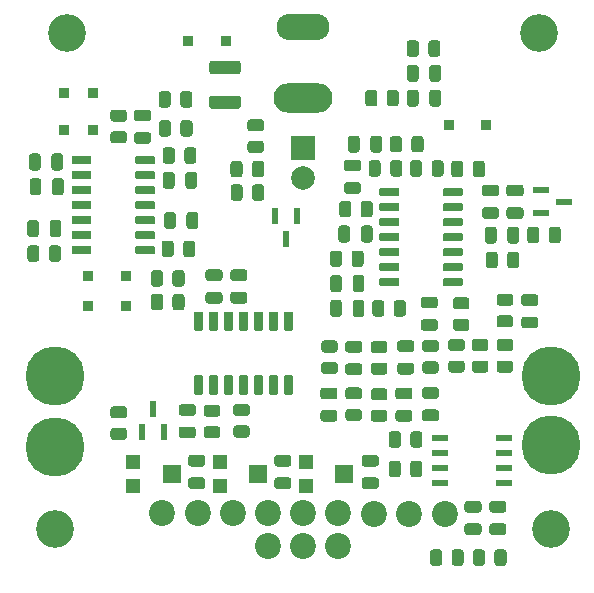
<source format=gts>
G04 #@! TF.GenerationSoftware,KiCad,Pcbnew,(5.1.8)-1*
G04 #@! TF.CreationDate,2022-11-27T15:04:08-05:00*
G04 #@! TF.ProjectId,oc2Clone,6f633243-6c6f-46e6-952e-6b696361645f,rev?*
G04 #@! TF.SameCoordinates,Original*
G04 #@! TF.FileFunction,Soldermask,Top*
G04 #@! TF.FilePolarity,Negative*
%FSLAX46Y46*%
G04 Gerber Fmt 4.6, Leading zero omitted, Abs format (unit mm)*
G04 Created by KiCad (PCBNEW (5.1.8)-1) date 2022-11-27 15:04:08*
%MOMM*%
%LPD*%
G01*
G04 APERTURE LIST*
%ADD10R,1.500000X1.600000*%
%ADD11R,1.200000X1.200000*%
%ADD12R,1.460500X0.558800*%
%ADD13R,1.422400X0.558800*%
%ADD14R,0.558800X1.422400*%
%ADD15R,2.000000X2.000000*%
%ADD16C,2.000000*%
%ADD17C,2.200000*%
%ADD18R,0.900000X0.950000*%
%ADD19C,5.000000*%
%ADD20R,0.950000X0.900000*%
%ADD21C,3.200000*%
%ADD22O,5.000000X2.500000*%
%ADD23O,4.500000X2.250000*%
G04 APERTURE END LIST*
D10*
X128500000Y-91300000D03*
D11*
X125250000Y-92300000D03*
X125250000Y-90300000D03*
D10*
X113900000Y-91300000D03*
D11*
X110650000Y-92300000D03*
X110650000Y-90300000D03*
D10*
X121200000Y-91300000D03*
D11*
X117950000Y-92300000D03*
X117950000Y-90300000D03*
G36*
G01*
X117299999Y-59275000D02*
X119500001Y-59275000D01*
G75*
G02*
X119750000Y-59524999I0J-249999D01*
G01*
X119750000Y-60175001D01*
G75*
G02*
X119500001Y-60425000I-249999J0D01*
G01*
X117299999Y-60425000D01*
G75*
G02*
X117050000Y-60175001I0J249999D01*
G01*
X117050000Y-59524999D01*
G75*
G02*
X117299999Y-59275000I249999J0D01*
G01*
G37*
G36*
G01*
X117299999Y-56325000D02*
X119500001Y-56325000D01*
G75*
G02*
X119750000Y-56574999I0J-249999D01*
G01*
X119750000Y-57225001D01*
G75*
G02*
X119500001Y-57475000I-249999J0D01*
G01*
X117299999Y-57475000D01*
G75*
G02*
X117050000Y-57225001I0J249999D01*
G01*
X117050000Y-56574999D01*
G75*
G02*
X117299999Y-56325000I249999J0D01*
G01*
G37*
D12*
X136600000Y-92070000D03*
X136600000Y-90800000D03*
X136600000Y-89530000D03*
X136600000Y-88260000D03*
X142048300Y-88260000D03*
X142048300Y-89530000D03*
X142048300Y-90800000D03*
X142048300Y-92070000D03*
D13*
X145130000Y-67300000D03*
X145130000Y-69205000D03*
X147060400Y-68252500D03*
D14*
X124505000Y-69500000D03*
X122600000Y-69500000D03*
X123552500Y-71430400D03*
X111347500Y-87730400D03*
X113252500Y-87730400D03*
X112300000Y-85800000D03*
G36*
G01*
X115815000Y-84550000D02*
X115815000Y-83050000D01*
G75*
G02*
X115885000Y-82980000I70000J0D01*
G01*
X116435000Y-82980000D01*
G75*
G02*
X116505000Y-83050000I0J-70000D01*
G01*
X116505000Y-84550000D01*
G75*
G02*
X116435000Y-84620000I-70000J0D01*
G01*
X115885000Y-84620000D01*
G75*
G02*
X115815000Y-84550000I0J70000D01*
G01*
G37*
G36*
G01*
X117085000Y-84550000D02*
X117085000Y-83050000D01*
G75*
G02*
X117155000Y-82980000I70000J0D01*
G01*
X117705000Y-82980000D01*
G75*
G02*
X117775000Y-83050000I0J-70000D01*
G01*
X117775000Y-84550000D01*
G75*
G02*
X117705000Y-84620000I-70000J0D01*
G01*
X117155000Y-84620000D01*
G75*
G02*
X117085000Y-84550000I0J70000D01*
G01*
G37*
G36*
G01*
X118355000Y-84550000D02*
X118355000Y-83050000D01*
G75*
G02*
X118425000Y-82980000I70000J0D01*
G01*
X118975000Y-82980000D01*
G75*
G02*
X119045000Y-83050000I0J-70000D01*
G01*
X119045000Y-84550000D01*
G75*
G02*
X118975000Y-84620000I-70000J0D01*
G01*
X118425000Y-84620000D01*
G75*
G02*
X118355000Y-84550000I0J70000D01*
G01*
G37*
G36*
G01*
X119625000Y-84550000D02*
X119625000Y-83050000D01*
G75*
G02*
X119695000Y-82980000I70000J0D01*
G01*
X120245000Y-82980000D01*
G75*
G02*
X120315000Y-83050000I0J-70000D01*
G01*
X120315000Y-84550000D01*
G75*
G02*
X120245000Y-84620000I-70000J0D01*
G01*
X119695000Y-84620000D01*
G75*
G02*
X119625000Y-84550000I0J70000D01*
G01*
G37*
G36*
G01*
X120895000Y-84550000D02*
X120895000Y-83050000D01*
G75*
G02*
X120965000Y-82980000I70000J0D01*
G01*
X121515000Y-82980000D01*
G75*
G02*
X121585000Y-83050000I0J-70000D01*
G01*
X121585000Y-84550000D01*
G75*
G02*
X121515000Y-84620000I-70000J0D01*
G01*
X120965000Y-84620000D01*
G75*
G02*
X120895000Y-84550000I0J70000D01*
G01*
G37*
G36*
G01*
X122165000Y-84550000D02*
X122165000Y-83050000D01*
G75*
G02*
X122235000Y-82980000I70000J0D01*
G01*
X122785000Y-82980000D01*
G75*
G02*
X122855000Y-83050000I0J-70000D01*
G01*
X122855000Y-84550000D01*
G75*
G02*
X122785000Y-84620000I-70000J0D01*
G01*
X122235000Y-84620000D01*
G75*
G02*
X122165000Y-84550000I0J70000D01*
G01*
G37*
G36*
G01*
X123435000Y-84550000D02*
X123435000Y-83050000D01*
G75*
G02*
X123505000Y-82980000I70000J0D01*
G01*
X124055000Y-82980000D01*
G75*
G02*
X124125000Y-83050000I0J-70000D01*
G01*
X124125000Y-84550000D01*
G75*
G02*
X124055000Y-84620000I-70000J0D01*
G01*
X123505000Y-84620000D01*
G75*
G02*
X123435000Y-84550000I0J70000D01*
G01*
G37*
G36*
G01*
X123435000Y-79150000D02*
X123435000Y-77650000D01*
G75*
G02*
X123505000Y-77580000I70000J0D01*
G01*
X124055000Y-77580000D01*
G75*
G02*
X124125000Y-77650000I0J-70000D01*
G01*
X124125000Y-79150000D01*
G75*
G02*
X124055000Y-79220000I-70000J0D01*
G01*
X123505000Y-79220000D01*
G75*
G02*
X123435000Y-79150000I0J70000D01*
G01*
G37*
G36*
G01*
X122165000Y-79150000D02*
X122165000Y-77650000D01*
G75*
G02*
X122235000Y-77580000I70000J0D01*
G01*
X122785000Y-77580000D01*
G75*
G02*
X122855000Y-77650000I0J-70000D01*
G01*
X122855000Y-79150000D01*
G75*
G02*
X122785000Y-79220000I-70000J0D01*
G01*
X122235000Y-79220000D01*
G75*
G02*
X122165000Y-79150000I0J70000D01*
G01*
G37*
G36*
G01*
X120895000Y-79150000D02*
X120895000Y-77650000D01*
G75*
G02*
X120965000Y-77580000I70000J0D01*
G01*
X121515000Y-77580000D01*
G75*
G02*
X121585000Y-77650000I0J-70000D01*
G01*
X121585000Y-79150000D01*
G75*
G02*
X121515000Y-79220000I-70000J0D01*
G01*
X120965000Y-79220000D01*
G75*
G02*
X120895000Y-79150000I0J70000D01*
G01*
G37*
G36*
G01*
X119625000Y-79150000D02*
X119625000Y-77650000D01*
G75*
G02*
X119695000Y-77580000I70000J0D01*
G01*
X120245000Y-77580000D01*
G75*
G02*
X120315000Y-77650000I0J-70000D01*
G01*
X120315000Y-79150000D01*
G75*
G02*
X120245000Y-79220000I-70000J0D01*
G01*
X119695000Y-79220000D01*
G75*
G02*
X119625000Y-79150000I0J70000D01*
G01*
G37*
G36*
G01*
X118355000Y-79150000D02*
X118355000Y-77650000D01*
G75*
G02*
X118425000Y-77580000I70000J0D01*
G01*
X118975000Y-77580000D01*
G75*
G02*
X119045000Y-77650000I0J-70000D01*
G01*
X119045000Y-79150000D01*
G75*
G02*
X118975000Y-79220000I-70000J0D01*
G01*
X118425000Y-79220000D01*
G75*
G02*
X118355000Y-79150000I0J70000D01*
G01*
G37*
G36*
G01*
X117085000Y-79150000D02*
X117085000Y-77650000D01*
G75*
G02*
X117155000Y-77580000I70000J0D01*
G01*
X117705000Y-77580000D01*
G75*
G02*
X117775000Y-77650000I0J-70000D01*
G01*
X117775000Y-79150000D01*
G75*
G02*
X117705000Y-79220000I-70000J0D01*
G01*
X117155000Y-79220000D01*
G75*
G02*
X117085000Y-79150000I0J70000D01*
G01*
G37*
G36*
G01*
X115815000Y-79150000D02*
X115815000Y-77650000D01*
G75*
G02*
X115885000Y-77580000I70000J0D01*
G01*
X116435000Y-77580000D01*
G75*
G02*
X116505000Y-77650000I0J-70000D01*
G01*
X116505000Y-79150000D01*
G75*
G02*
X116435000Y-79220000I-70000J0D01*
G01*
X115885000Y-79220000D01*
G75*
G02*
X115815000Y-79150000I0J70000D01*
G01*
G37*
G36*
G01*
X138450000Y-75415000D02*
X136950000Y-75415000D01*
G75*
G02*
X136880000Y-75345000I0J70000D01*
G01*
X136880000Y-74795000D01*
G75*
G02*
X136950000Y-74725000I70000J0D01*
G01*
X138450000Y-74725000D01*
G75*
G02*
X138520000Y-74795000I0J-70000D01*
G01*
X138520000Y-75345000D01*
G75*
G02*
X138450000Y-75415000I-70000J0D01*
G01*
G37*
G36*
G01*
X138450000Y-74145000D02*
X136950000Y-74145000D01*
G75*
G02*
X136880000Y-74075000I0J70000D01*
G01*
X136880000Y-73525000D01*
G75*
G02*
X136950000Y-73455000I70000J0D01*
G01*
X138450000Y-73455000D01*
G75*
G02*
X138520000Y-73525000I0J-70000D01*
G01*
X138520000Y-74075000D01*
G75*
G02*
X138450000Y-74145000I-70000J0D01*
G01*
G37*
G36*
G01*
X138450000Y-72875000D02*
X136950000Y-72875000D01*
G75*
G02*
X136880000Y-72805000I0J70000D01*
G01*
X136880000Y-72255000D01*
G75*
G02*
X136950000Y-72185000I70000J0D01*
G01*
X138450000Y-72185000D01*
G75*
G02*
X138520000Y-72255000I0J-70000D01*
G01*
X138520000Y-72805000D01*
G75*
G02*
X138450000Y-72875000I-70000J0D01*
G01*
G37*
G36*
G01*
X138450000Y-71605000D02*
X136950000Y-71605000D01*
G75*
G02*
X136880000Y-71535000I0J70000D01*
G01*
X136880000Y-70985000D01*
G75*
G02*
X136950000Y-70915000I70000J0D01*
G01*
X138450000Y-70915000D01*
G75*
G02*
X138520000Y-70985000I0J-70000D01*
G01*
X138520000Y-71535000D01*
G75*
G02*
X138450000Y-71605000I-70000J0D01*
G01*
G37*
G36*
G01*
X138450000Y-70335000D02*
X136950000Y-70335000D01*
G75*
G02*
X136880000Y-70265000I0J70000D01*
G01*
X136880000Y-69715000D01*
G75*
G02*
X136950000Y-69645000I70000J0D01*
G01*
X138450000Y-69645000D01*
G75*
G02*
X138520000Y-69715000I0J-70000D01*
G01*
X138520000Y-70265000D01*
G75*
G02*
X138450000Y-70335000I-70000J0D01*
G01*
G37*
G36*
G01*
X138450000Y-69065000D02*
X136950000Y-69065000D01*
G75*
G02*
X136880000Y-68995000I0J70000D01*
G01*
X136880000Y-68445000D01*
G75*
G02*
X136950000Y-68375000I70000J0D01*
G01*
X138450000Y-68375000D01*
G75*
G02*
X138520000Y-68445000I0J-70000D01*
G01*
X138520000Y-68995000D01*
G75*
G02*
X138450000Y-69065000I-70000J0D01*
G01*
G37*
G36*
G01*
X138450000Y-67795000D02*
X136950000Y-67795000D01*
G75*
G02*
X136880000Y-67725000I0J70000D01*
G01*
X136880000Y-67175000D01*
G75*
G02*
X136950000Y-67105000I70000J0D01*
G01*
X138450000Y-67105000D01*
G75*
G02*
X138520000Y-67175000I0J-70000D01*
G01*
X138520000Y-67725000D01*
G75*
G02*
X138450000Y-67795000I-70000J0D01*
G01*
G37*
G36*
G01*
X133050000Y-67795000D02*
X131550000Y-67795000D01*
G75*
G02*
X131480000Y-67725000I0J70000D01*
G01*
X131480000Y-67175000D01*
G75*
G02*
X131550000Y-67105000I70000J0D01*
G01*
X133050000Y-67105000D01*
G75*
G02*
X133120000Y-67175000I0J-70000D01*
G01*
X133120000Y-67725000D01*
G75*
G02*
X133050000Y-67795000I-70000J0D01*
G01*
G37*
G36*
G01*
X133050000Y-69065000D02*
X131550000Y-69065000D01*
G75*
G02*
X131480000Y-68995000I0J70000D01*
G01*
X131480000Y-68445000D01*
G75*
G02*
X131550000Y-68375000I70000J0D01*
G01*
X133050000Y-68375000D01*
G75*
G02*
X133120000Y-68445000I0J-70000D01*
G01*
X133120000Y-68995000D01*
G75*
G02*
X133050000Y-69065000I-70000J0D01*
G01*
G37*
G36*
G01*
X133050000Y-70335000D02*
X131550000Y-70335000D01*
G75*
G02*
X131480000Y-70265000I0J70000D01*
G01*
X131480000Y-69715000D01*
G75*
G02*
X131550000Y-69645000I70000J0D01*
G01*
X133050000Y-69645000D01*
G75*
G02*
X133120000Y-69715000I0J-70000D01*
G01*
X133120000Y-70265000D01*
G75*
G02*
X133050000Y-70335000I-70000J0D01*
G01*
G37*
G36*
G01*
X133050000Y-71605000D02*
X131550000Y-71605000D01*
G75*
G02*
X131480000Y-71535000I0J70000D01*
G01*
X131480000Y-70985000D01*
G75*
G02*
X131550000Y-70915000I70000J0D01*
G01*
X133050000Y-70915000D01*
G75*
G02*
X133120000Y-70985000I0J-70000D01*
G01*
X133120000Y-71535000D01*
G75*
G02*
X133050000Y-71605000I-70000J0D01*
G01*
G37*
G36*
G01*
X133050000Y-72875000D02*
X131550000Y-72875000D01*
G75*
G02*
X131480000Y-72805000I0J70000D01*
G01*
X131480000Y-72255000D01*
G75*
G02*
X131550000Y-72185000I70000J0D01*
G01*
X133050000Y-72185000D01*
G75*
G02*
X133120000Y-72255000I0J-70000D01*
G01*
X133120000Y-72805000D01*
G75*
G02*
X133050000Y-72875000I-70000J0D01*
G01*
G37*
G36*
G01*
X133050000Y-74145000D02*
X131550000Y-74145000D01*
G75*
G02*
X131480000Y-74075000I0J70000D01*
G01*
X131480000Y-73525000D01*
G75*
G02*
X131550000Y-73455000I70000J0D01*
G01*
X133050000Y-73455000D01*
G75*
G02*
X133120000Y-73525000I0J-70000D01*
G01*
X133120000Y-74075000D01*
G75*
G02*
X133050000Y-74145000I-70000J0D01*
G01*
G37*
G36*
G01*
X133050000Y-75415000D02*
X131550000Y-75415000D01*
G75*
G02*
X131480000Y-75345000I0J70000D01*
G01*
X131480000Y-74795000D01*
G75*
G02*
X131550000Y-74725000I70000J0D01*
G01*
X133050000Y-74725000D01*
G75*
G02*
X133120000Y-74795000I0J-70000D01*
G01*
X133120000Y-75345000D01*
G75*
G02*
X133050000Y-75415000I-70000J0D01*
G01*
G37*
D15*
X125000000Y-63760000D03*
D16*
X125000000Y-66300000D03*
D17*
X128000000Y-94600000D03*
X125000000Y-94600000D03*
X122000000Y-94600000D03*
X119100000Y-94600000D03*
X116100000Y-94600000D03*
X113100000Y-94600000D03*
X137000000Y-94700000D03*
X134000000Y-94700000D03*
X131000000Y-94700000D03*
X128000000Y-97400000D03*
X125000000Y-97400000D03*
X122000000Y-97400000D03*
G36*
G01*
X116995000Y-75890000D02*
X117945000Y-75890000D01*
G75*
G02*
X118195000Y-76140000I0J-250000D01*
G01*
X118195000Y-76640000D01*
G75*
G02*
X117945000Y-76890000I-250000J0D01*
G01*
X116995000Y-76890000D01*
G75*
G02*
X116745000Y-76640000I0J250000D01*
G01*
X116745000Y-76140000D01*
G75*
G02*
X116995000Y-75890000I250000J0D01*
G01*
G37*
G36*
G01*
X116995000Y-73990000D02*
X117945000Y-73990000D01*
G75*
G02*
X118195000Y-74240000I0J-250000D01*
G01*
X118195000Y-74740000D01*
G75*
G02*
X117945000Y-74990000I-250000J0D01*
G01*
X116995000Y-74990000D01*
G75*
G02*
X116745000Y-74740000I0J250000D01*
G01*
X116745000Y-74240000D01*
G75*
G02*
X116995000Y-73990000I250000J0D01*
G01*
G37*
G36*
G01*
X119095000Y-75890000D02*
X120045000Y-75890000D01*
G75*
G02*
X120295000Y-76140000I0J-250000D01*
G01*
X120295000Y-76640000D01*
G75*
G02*
X120045000Y-76890000I-250000J0D01*
G01*
X119095000Y-76890000D01*
G75*
G02*
X118845000Y-76640000I0J250000D01*
G01*
X118845000Y-76140000D01*
G75*
G02*
X119095000Y-75890000I250000J0D01*
G01*
G37*
G36*
G01*
X119095000Y-73990000D02*
X120045000Y-73990000D01*
G75*
G02*
X120295000Y-74240000I0J-250000D01*
G01*
X120295000Y-74740000D01*
G75*
G02*
X120045000Y-74990000I-250000J0D01*
G01*
X119095000Y-74990000D01*
G75*
G02*
X118845000Y-74740000I0J250000D01*
G01*
X118845000Y-74240000D01*
G75*
G02*
X119095000Y-73990000I250000J0D01*
G01*
G37*
G36*
G01*
X136787500Y-97949998D02*
X136787500Y-98850002D01*
G75*
G02*
X136537502Y-99100000I-249998J0D01*
G01*
X136012498Y-99100000D01*
G75*
G02*
X135762500Y-98850002I0J249998D01*
G01*
X135762500Y-97949998D01*
G75*
G02*
X136012498Y-97700000I249998J0D01*
G01*
X136537502Y-97700000D01*
G75*
G02*
X136787500Y-97949998I0J-249998D01*
G01*
G37*
G36*
G01*
X138612500Y-97949998D02*
X138612500Y-98850002D01*
G75*
G02*
X138362502Y-99100000I-249998J0D01*
G01*
X137837498Y-99100000D01*
G75*
G02*
X137587500Y-98850002I0J249998D01*
G01*
X137587500Y-97949998D01*
G75*
G02*
X137837498Y-97700000I249998J0D01*
G01*
X138362502Y-97700000D01*
G75*
G02*
X138612500Y-97949998I0J-249998D01*
G01*
G37*
G36*
G01*
X123775000Y-90700000D02*
X122825000Y-90700000D01*
G75*
G02*
X122575000Y-90450000I0J250000D01*
G01*
X122575000Y-89950000D01*
G75*
G02*
X122825000Y-89700000I250000J0D01*
G01*
X123775000Y-89700000D01*
G75*
G02*
X124025000Y-89950000I0J-250000D01*
G01*
X124025000Y-90450000D01*
G75*
G02*
X123775000Y-90700000I-250000J0D01*
G01*
G37*
G36*
G01*
X123775000Y-92600000D02*
X122825000Y-92600000D01*
G75*
G02*
X122575000Y-92350000I0J250000D01*
G01*
X122575000Y-91850000D01*
G75*
G02*
X122825000Y-91600000I250000J0D01*
G01*
X123775000Y-91600000D01*
G75*
G02*
X124025000Y-91850000I0J-250000D01*
G01*
X124025000Y-92350000D01*
G75*
G02*
X123775000Y-92600000I-250000J0D01*
G01*
G37*
G36*
G01*
X131175000Y-90700000D02*
X130225000Y-90700000D01*
G75*
G02*
X129975000Y-90450000I0J250000D01*
G01*
X129975000Y-89950000D01*
G75*
G02*
X130225000Y-89700000I250000J0D01*
G01*
X131175000Y-89700000D01*
G75*
G02*
X131425000Y-89950000I0J-250000D01*
G01*
X131425000Y-90450000D01*
G75*
G02*
X131175000Y-90700000I-250000J0D01*
G01*
G37*
G36*
G01*
X131175000Y-92600000D02*
X130225000Y-92600000D01*
G75*
G02*
X129975000Y-92350000I0J250000D01*
G01*
X129975000Y-91850000D01*
G75*
G02*
X130225000Y-91600000I250000J0D01*
G01*
X131175000Y-91600000D01*
G75*
G02*
X131425000Y-91850000I0J-250000D01*
G01*
X131425000Y-92350000D01*
G75*
G02*
X131175000Y-92600000I-250000J0D01*
G01*
G37*
G36*
G01*
X129200000Y-75675000D02*
X129200000Y-74725000D01*
G75*
G02*
X129450000Y-74475000I250000J0D01*
G01*
X129950000Y-74475000D01*
G75*
G02*
X130200000Y-74725000I0J-250000D01*
G01*
X130200000Y-75675000D01*
G75*
G02*
X129950000Y-75925000I-250000J0D01*
G01*
X129450000Y-75925000D01*
G75*
G02*
X129200000Y-75675000I0J250000D01*
G01*
G37*
G36*
G01*
X127300000Y-75675000D02*
X127300000Y-74725000D01*
G75*
G02*
X127550000Y-74475000I250000J0D01*
G01*
X128050000Y-74475000D01*
G75*
G02*
X128300000Y-74725000I0J-250000D01*
G01*
X128300000Y-75675000D01*
G75*
G02*
X128050000Y-75925000I-250000J0D01*
G01*
X127550000Y-75925000D01*
G75*
G02*
X127300000Y-75675000I0J250000D01*
G01*
G37*
G36*
G01*
X116475000Y-90700000D02*
X115525000Y-90700000D01*
G75*
G02*
X115275000Y-90450000I0J250000D01*
G01*
X115275000Y-89950000D01*
G75*
G02*
X115525000Y-89700000I250000J0D01*
G01*
X116475000Y-89700000D01*
G75*
G02*
X116725000Y-89950000I0J-250000D01*
G01*
X116725000Y-90450000D01*
G75*
G02*
X116475000Y-90700000I-250000J0D01*
G01*
G37*
G36*
G01*
X116475000Y-92600000D02*
X115525000Y-92600000D01*
G75*
G02*
X115275000Y-92350000I0J250000D01*
G01*
X115275000Y-91850000D01*
G75*
G02*
X115525000Y-91600000I250000J0D01*
G01*
X116475000Y-91600000D01*
G75*
G02*
X116725000Y-91850000I0J-250000D01*
G01*
X116725000Y-92350000D01*
G75*
G02*
X116475000Y-92600000I-250000J0D01*
G01*
G37*
G36*
G01*
X143725000Y-78000000D02*
X144675000Y-78000000D01*
G75*
G02*
X144925000Y-78250000I0J-250000D01*
G01*
X144925000Y-78750000D01*
G75*
G02*
X144675000Y-79000000I-250000J0D01*
G01*
X143725000Y-79000000D01*
G75*
G02*
X143475000Y-78750000I0J250000D01*
G01*
X143475000Y-78250000D01*
G75*
G02*
X143725000Y-78000000I250000J0D01*
G01*
G37*
G36*
G01*
X143725000Y-76100000D02*
X144675000Y-76100000D01*
G75*
G02*
X144925000Y-76350000I0J-250000D01*
G01*
X144925000Y-76850000D01*
G75*
G02*
X144675000Y-77100000I-250000J0D01*
G01*
X143725000Y-77100000D01*
G75*
G02*
X143475000Y-76850000I0J250000D01*
G01*
X143475000Y-76350000D01*
G75*
G02*
X143725000Y-76100000I250000J0D01*
G01*
G37*
G36*
G01*
X134800000Y-59025000D02*
X134800000Y-59975000D01*
G75*
G02*
X134550000Y-60225000I-250000J0D01*
G01*
X134050000Y-60225000D01*
G75*
G02*
X133800000Y-59975000I0J250000D01*
G01*
X133800000Y-59025000D01*
G75*
G02*
X134050000Y-58775000I250000J0D01*
G01*
X134550000Y-58775000D01*
G75*
G02*
X134800000Y-59025000I0J-250000D01*
G01*
G37*
G36*
G01*
X136700000Y-59025000D02*
X136700000Y-59975000D01*
G75*
G02*
X136450000Y-60225000I-250000J0D01*
G01*
X135950000Y-60225000D01*
G75*
G02*
X135700000Y-59975000I0J250000D01*
G01*
X135700000Y-59025000D01*
G75*
G02*
X135950000Y-58775000I250000J0D01*
G01*
X136450000Y-58775000D01*
G75*
G02*
X136700000Y-59025000I0J-250000D01*
G01*
G37*
G36*
G01*
X128825000Y-81950000D02*
X129775000Y-81950000D01*
G75*
G02*
X130025000Y-82200000I0J-250000D01*
G01*
X130025000Y-82700000D01*
G75*
G02*
X129775000Y-82950000I-250000J0D01*
G01*
X128825000Y-82950000D01*
G75*
G02*
X128575000Y-82700000I0J250000D01*
G01*
X128575000Y-82200000D01*
G75*
G02*
X128825000Y-81950000I250000J0D01*
G01*
G37*
G36*
G01*
X128825000Y-80050000D02*
X129775000Y-80050000D01*
G75*
G02*
X130025000Y-80300000I0J-250000D01*
G01*
X130025000Y-80800000D01*
G75*
G02*
X129775000Y-81050000I-250000J0D01*
G01*
X128825000Y-81050000D01*
G75*
G02*
X128575000Y-80800000I0J250000D01*
G01*
X128575000Y-80300000D01*
G75*
G02*
X128825000Y-80050000I250000J0D01*
G01*
G37*
G36*
G01*
X134800000Y-56925000D02*
X134800000Y-57875000D01*
G75*
G02*
X134550000Y-58125000I-250000J0D01*
G01*
X134050000Y-58125000D01*
G75*
G02*
X133800000Y-57875000I0J250000D01*
G01*
X133800000Y-56925000D01*
G75*
G02*
X134050000Y-56675000I250000J0D01*
G01*
X134550000Y-56675000D01*
G75*
G02*
X134800000Y-56925000I0J-250000D01*
G01*
G37*
G36*
G01*
X136700000Y-56925000D02*
X136700000Y-57875000D01*
G75*
G02*
X136450000Y-58125000I-250000J0D01*
G01*
X135950000Y-58125000D01*
G75*
G02*
X135700000Y-57875000I0J250000D01*
G01*
X135700000Y-56925000D01*
G75*
G02*
X135950000Y-56675000I250000J0D01*
G01*
X136450000Y-56675000D01*
G75*
G02*
X136700000Y-56925000I0J-250000D01*
G01*
G37*
G36*
G01*
X129200000Y-77775000D02*
X129200000Y-76825000D01*
G75*
G02*
X129450000Y-76575000I250000J0D01*
G01*
X129950000Y-76575000D01*
G75*
G02*
X130200000Y-76825000I0J-250000D01*
G01*
X130200000Y-77775000D01*
G75*
G02*
X129950000Y-78025000I-250000J0D01*
G01*
X129450000Y-78025000D01*
G75*
G02*
X129200000Y-77775000I0J250000D01*
G01*
G37*
G36*
G01*
X127300000Y-77775000D02*
X127300000Y-76825000D01*
G75*
G02*
X127550000Y-76575000I250000J0D01*
G01*
X128050000Y-76575000D01*
G75*
G02*
X128300000Y-76825000I0J-250000D01*
G01*
X128300000Y-77775000D01*
G75*
G02*
X128050000Y-78025000I-250000J0D01*
G01*
X127550000Y-78025000D01*
G75*
G02*
X127300000Y-77775000I0J250000D01*
G01*
G37*
G36*
G01*
X141975000Y-94600000D02*
X141025000Y-94600000D01*
G75*
G02*
X140775000Y-94350000I0J250000D01*
G01*
X140775000Y-93850000D01*
G75*
G02*
X141025000Y-93600000I250000J0D01*
G01*
X141975000Y-93600000D01*
G75*
G02*
X142225000Y-93850000I0J-250000D01*
G01*
X142225000Y-94350000D01*
G75*
G02*
X141975000Y-94600000I-250000J0D01*
G01*
G37*
G36*
G01*
X141975000Y-96500000D02*
X141025000Y-96500000D01*
G75*
G02*
X140775000Y-96250000I0J250000D01*
G01*
X140775000Y-95750000D01*
G75*
G02*
X141025000Y-95500000I250000J0D01*
G01*
X141975000Y-95500000D01*
G75*
G02*
X142225000Y-95750000I0J-250000D01*
G01*
X142225000Y-96250000D01*
G75*
G02*
X141975000Y-96500000I-250000J0D01*
G01*
G37*
G36*
G01*
X139875000Y-94600000D02*
X138925000Y-94600000D01*
G75*
G02*
X138675000Y-94350000I0J250000D01*
G01*
X138675000Y-93850000D01*
G75*
G02*
X138925000Y-93600000I250000J0D01*
G01*
X139875000Y-93600000D01*
G75*
G02*
X140125000Y-93850000I0J-250000D01*
G01*
X140125000Y-94350000D01*
G75*
G02*
X139875000Y-94600000I-250000J0D01*
G01*
G37*
G36*
G01*
X139875000Y-96500000D02*
X138925000Y-96500000D01*
G75*
G02*
X138675000Y-96250000I0J250000D01*
G01*
X138675000Y-95750000D01*
G75*
G02*
X138925000Y-95500000I250000J0D01*
G01*
X139875000Y-95500000D01*
G75*
G02*
X140125000Y-95750000I0J-250000D01*
G01*
X140125000Y-96250000D01*
G75*
G02*
X139875000Y-96500000I-250000J0D01*
G01*
G37*
G36*
G01*
X110945000Y-62360000D02*
X111895000Y-62360000D01*
G75*
G02*
X112145000Y-62610000I0J-250000D01*
G01*
X112145000Y-63110000D01*
G75*
G02*
X111895000Y-63360000I-250000J0D01*
G01*
X110945000Y-63360000D01*
G75*
G02*
X110695000Y-63110000I0J250000D01*
G01*
X110695000Y-62610000D01*
G75*
G02*
X110945000Y-62360000I250000J0D01*
G01*
G37*
G36*
G01*
X110945000Y-60460000D02*
X111895000Y-60460000D01*
G75*
G02*
X112145000Y-60710000I0J-250000D01*
G01*
X112145000Y-61210000D01*
G75*
G02*
X111895000Y-61460000I-250000J0D01*
G01*
X110945000Y-61460000D01*
G75*
G02*
X110695000Y-61210000I0J250000D01*
G01*
X110695000Y-60710000D01*
G75*
G02*
X110945000Y-60460000I250000J0D01*
G01*
G37*
G36*
G01*
X103550000Y-71015000D02*
X103550000Y-70065000D01*
G75*
G02*
X103800000Y-69815000I250000J0D01*
G01*
X104300000Y-69815000D01*
G75*
G02*
X104550000Y-70065000I0J-250000D01*
G01*
X104550000Y-71015000D01*
G75*
G02*
X104300000Y-71265000I-250000J0D01*
G01*
X103800000Y-71265000D01*
G75*
G02*
X103550000Y-71015000I0J250000D01*
G01*
G37*
G36*
G01*
X101650000Y-71015000D02*
X101650000Y-70065000D01*
G75*
G02*
X101900000Y-69815000I250000J0D01*
G01*
X102400000Y-69815000D01*
G75*
G02*
X102650000Y-70065000I0J-250000D01*
G01*
X102650000Y-71015000D01*
G75*
G02*
X102400000Y-71265000I-250000J0D01*
G01*
X101900000Y-71265000D01*
G75*
G02*
X101650000Y-71015000I0J250000D01*
G01*
G37*
G36*
G01*
X134175000Y-81000000D02*
X133225000Y-81000000D01*
G75*
G02*
X132975000Y-80750000I0J250000D01*
G01*
X132975000Y-80250000D01*
G75*
G02*
X133225000Y-80000000I250000J0D01*
G01*
X134175000Y-80000000D01*
G75*
G02*
X134425000Y-80250000I0J-250000D01*
G01*
X134425000Y-80750000D01*
G75*
G02*
X134175000Y-81000000I-250000J0D01*
G01*
G37*
G36*
G01*
X134175000Y-82900000D02*
X133225000Y-82900000D01*
G75*
G02*
X132975000Y-82650000I0J250000D01*
G01*
X132975000Y-82150000D01*
G75*
G02*
X133225000Y-81900000I250000J0D01*
G01*
X134175000Y-81900000D01*
G75*
G02*
X134425000Y-82150000I0J-250000D01*
G01*
X134425000Y-82650000D01*
G75*
G02*
X134175000Y-82900000I-250000J0D01*
G01*
G37*
G36*
G01*
X133075000Y-85900000D02*
X134025000Y-85900000D01*
G75*
G02*
X134275000Y-86150000I0J-250000D01*
G01*
X134275000Y-86650000D01*
G75*
G02*
X134025000Y-86900000I-250000J0D01*
G01*
X133075000Y-86900000D01*
G75*
G02*
X132825000Y-86650000I0J250000D01*
G01*
X132825000Y-86150000D01*
G75*
G02*
X133075000Y-85900000I250000J0D01*
G01*
G37*
G36*
G01*
X133075000Y-84000000D02*
X134025000Y-84000000D01*
G75*
G02*
X134275000Y-84250000I0J-250000D01*
G01*
X134275000Y-84750000D01*
G75*
G02*
X134025000Y-85000000I-250000J0D01*
G01*
X133075000Y-85000000D01*
G75*
G02*
X132825000Y-84750000I0J250000D01*
G01*
X132825000Y-84250000D01*
G75*
G02*
X133075000Y-84000000I250000J0D01*
G01*
G37*
G36*
G01*
X142300000Y-71575000D02*
X142300000Y-70625000D01*
G75*
G02*
X142550000Y-70375000I250000J0D01*
G01*
X143050000Y-70375000D01*
G75*
G02*
X143300000Y-70625000I0J-250000D01*
G01*
X143300000Y-71575000D01*
G75*
G02*
X143050000Y-71825000I-250000J0D01*
G01*
X142550000Y-71825000D01*
G75*
G02*
X142300000Y-71575000I0J250000D01*
G01*
G37*
G36*
G01*
X140400000Y-71575000D02*
X140400000Y-70625000D01*
G75*
G02*
X140650000Y-70375000I250000J0D01*
G01*
X141150000Y-70375000D01*
G75*
G02*
X141400000Y-70625000I0J-250000D01*
G01*
X141400000Y-71575000D01*
G75*
G02*
X141150000Y-71825000I-250000J0D01*
G01*
X140650000Y-71825000D01*
G75*
G02*
X140400000Y-71575000I0J250000D01*
G01*
G37*
G36*
G01*
X103750000Y-67475000D02*
X103750000Y-66525000D01*
G75*
G02*
X104000000Y-66275000I250000J0D01*
G01*
X104500000Y-66275000D01*
G75*
G02*
X104750000Y-66525000I0J-250000D01*
G01*
X104750000Y-67475000D01*
G75*
G02*
X104500000Y-67725000I-250000J0D01*
G01*
X104000000Y-67725000D01*
G75*
G02*
X103750000Y-67475000I0J250000D01*
G01*
G37*
G36*
G01*
X101850000Y-67475000D02*
X101850000Y-66525000D01*
G75*
G02*
X102100000Y-66275000I250000J0D01*
G01*
X102600000Y-66275000D01*
G75*
G02*
X102850000Y-66525000I0J-250000D01*
G01*
X102850000Y-67475000D01*
G75*
G02*
X102600000Y-67725000I-250000J0D01*
G01*
X102100000Y-67725000D01*
G75*
G02*
X101850000Y-67475000I0J250000D01*
G01*
G37*
G36*
G01*
X103700000Y-65375000D02*
X103700000Y-64425000D01*
G75*
G02*
X103950000Y-64175000I250000J0D01*
G01*
X104450000Y-64175000D01*
G75*
G02*
X104700000Y-64425000I0J-250000D01*
G01*
X104700000Y-65375000D01*
G75*
G02*
X104450000Y-65625000I-250000J0D01*
G01*
X103950000Y-65625000D01*
G75*
G02*
X103700000Y-65375000I0J250000D01*
G01*
G37*
G36*
G01*
X101800000Y-65375000D02*
X101800000Y-64425000D01*
G75*
G02*
X102050000Y-64175000I250000J0D01*
G01*
X102550000Y-64175000D01*
G75*
G02*
X102800000Y-64425000I0J-250000D01*
G01*
X102800000Y-65375000D01*
G75*
G02*
X102550000Y-65625000I-250000J0D01*
G01*
X102050000Y-65625000D01*
G75*
G02*
X101800000Y-65375000I0J250000D01*
G01*
G37*
G36*
G01*
X127675000Y-85000000D02*
X126725000Y-85000000D01*
G75*
G02*
X126475000Y-84750000I0J250000D01*
G01*
X126475000Y-84250000D01*
G75*
G02*
X126725000Y-84000000I250000J0D01*
G01*
X127675000Y-84000000D01*
G75*
G02*
X127925000Y-84250000I0J-250000D01*
G01*
X127925000Y-84750000D01*
G75*
G02*
X127675000Y-85000000I-250000J0D01*
G01*
G37*
G36*
G01*
X127675000Y-86900000D02*
X126725000Y-86900000D01*
G75*
G02*
X126475000Y-86650000I0J250000D01*
G01*
X126475000Y-86150000D01*
G75*
G02*
X126725000Y-85900000I250000J0D01*
G01*
X127675000Y-85900000D01*
G75*
G02*
X127925000Y-86150000I0J-250000D01*
G01*
X127925000Y-86650000D01*
G75*
G02*
X127675000Y-86900000I-250000J0D01*
G01*
G37*
G36*
G01*
X136275000Y-84950000D02*
X135325000Y-84950000D01*
G75*
G02*
X135075000Y-84700000I0J250000D01*
G01*
X135075000Y-84200000D01*
G75*
G02*
X135325000Y-83950000I250000J0D01*
G01*
X136275000Y-83950000D01*
G75*
G02*
X136525000Y-84200000I0J-250000D01*
G01*
X136525000Y-84700000D01*
G75*
G02*
X136275000Y-84950000I-250000J0D01*
G01*
G37*
G36*
G01*
X136275000Y-86850000D02*
X135325000Y-86850000D01*
G75*
G02*
X135075000Y-86600000I0J250000D01*
G01*
X135075000Y-86100000D01*
G75*
G02*
X135325000Y-85850000I250000J0D01*
G01*
X136275000Y-85850000D01*
G75*
G02*
X136525000Y-86100000I0J-250000D01*
G01*
X136525000Y-86600000D01*
G75*
G02*
X136275000Y-86850000I-250000J0D01*
G01*
G37*
G36*
G01*
X136175000Y-77300000D02*
X135225000Y-77300000D01*
G75*
G02*
X134975000Y-77050000I0J250000D01*
G01*
X134975000Y-76550000D01*
G75*
G02*
X135225000Y-76300000I250000J0D01*
G01*
X136175000Y-76300000D01*
G75*
G02*
X136425000Y-76550000I0J-250000D01*
G01*
X136425000Y-77050000D01*
G75*
G02*
X136175000Y-77300000I-250000J0D01*
G01*
G37*
G36*
G01*
X136175000Y-79200000D02*
X135225000Y-79200000D01*
G75*
G02*
X134975000Y-78950000I0J250000D01*
G01*
X134975000Y-78450000D01*
G75*
G02*
X135225000Y-78200000I250000J0D01*
G01*
X136175000Y-78200000D01*
G75*
G02*
X136425000Y-78450000I0J-250000D01*
G01*
X136425000Y-78950000D01*
G75*
G02*
X136175000Y-79200000I-250000J0D01*
G01*
G37*
G36*
G01*
X127700002Y-81037500D02*
X126799998Y-81037500D01*
G75*
G02*
X126550000Y-80787502I0J249998D01*
G01*
X126550000Y-80262498D01*
G75*
G02*
X126799998Y-80012500I249998J0D01*
G01*
X127700002Y-80012500D01*
G75*
G02*
X127950000Y-80262498I0J-249998D01*
G01*
X127950000Y-80787502D01*
G75*
G02*
X127700002Y-81037500I-249998J0D01*
G01*
G37*
G36*
G01*
X127700002Y-82862500D02*
X126799998Y-82862500D01*
G75*
G02*
X126550000Y-82612502I0J249998D01*
G01*
X126550000Y-82087498D01*
G75*
G02*
X126799998Y-81837500I249998J0D01*
G01*
X127700002Y-81837500D01*
G75*
G02*
X127950000Y-82087498I0J-249998D01*
G01*
X127950000Y-82612502D01*
G75*
G02*
X127700002Y-82862500I-249998J0D01*
G01*
G37*
G36*
G01*
X129112500Y-73550002D02*
X129112500Y-72649998D01*
G75*
G02*
X129362498Y-72400000I249998J0D01*
G01*
X129887502Y-72400000D01*
G75*
G02*
X130137500Y-72649998I0J-249998D01*
G01*
X130137500Y-73550002D01*
G75*
G02*
X129887502Y-73800000I-249998J0D01*
G01*
X129362498Y-73800000D01*
G75*
G02*
X129112500Y-73550002I0J249998D01*
G01*
G37*
G36*
G01*
X127287500Y-73550002D02*
X127287500Y-72649998D01*
G75*
G02*
X127537498Y-72400000I249998J0D01*
G01*
X128062502Y-72400000D01*
G75*
G02*
X128312500Y-72649998I0J-249998D01*
G01*
X128312500Y-73550002D01*
G75*
G02*
X128062502Y-73800000I-249998J0D01*
G01*
X127537498Y-73800000D01*
G75*
G02*
X127287500Y-73550002I0J249998D01*
G01*
G37*
G36*
G01*
X130700000Y-63875000D02*
X130700000Y-62925000D01*
G75*
G02*
X130950000Y-62675000I250000J0D01*
G01*
X131450000Y-62675000D01*
G75*
G02*
X131700000Y-62925000I0J-250000D01*
G01*
X131700000Y-63875000D01*
G75*
G02*
X131450000Y-64125000I-250000J0D01*
G01*
X130950000Y-64125000D01*
G75*
G02*
X130700000Y-63875000I0J250000D01*
G01*
G37*
G36*
G01*
X128800000Y-63875000D02*
X128800000Y-62925000D01*
G75*
G02*
X129050000Y-62675000I250000J0D01*
G01*
X129550000Y-62675000D01*
G75*
G02*
X129800000Y-62925000I0J-250000D01*
G01*
X129800000Y-63875000D01*
G75*
G02*
X129550000Y-64125000I-250000J0D01*
G01*
X129050000Y-64125000D01*
G75*
G02*
X128800000Y-63875000I0J250000D01*
G01*
G37*
D18*
X109990000Y-74560000D03*
X106840000Y-74560000D03*
G36*
G01*
X129900000Y-71475000D02*
X129900000Y-70525000D01*
G75*
G02*
X130150000Y-70275000I250000J0D01*
G01*
X130650000Y-70275000D01*
G75*
G02*
X130900000Y-70525000I0J-250000D01*
G01*
X130900000Y-71475000D01*
G75*
G02*
X130650000Y-71725000I-250000J0D01*
G01*
X130150000Y-71725000D01*
G75*
G02*
X129900000Y-71475000I0J250000D01*
G01*
G37*
G36*
G01*
X128000000Y-71475000D02*
X128000000Y-70525000D01*
G75*
G02*
X128250000Y-70275000I250000J0D01*
G01*
X128750000Y-70275000D01*
G75*
G02*
X129000000Y-70525000I0J-250000D01*
G01*
X129000000Y-71475000D01*
G75*
G02*
X128750000Y-71725000I-250000J0D01*
G01*
X128250000Y-71725000D01*
G75*
G02*
X128000000Y-71475000I0J250000D01*
G01*
G37*
G36*
G01*
X141487500Y-72749998D02*
X141487500Y-73650002D01*
G75*
G02*
X141237502Y-73900000I-249998J0D01*
G01*
X140712498Y-73900000D01*
G75*
G02*
X140462500Y-73650002I0J249998D01*
G01*
X140462500Y-72749998D01*
G75*
G02*
X140712498Y-72500000I249998J0D01*
G01*
X141237502Y-72500000D01*
G75*
G02*
X141487500Y-72749998I0J-249998D01*
G01*
G37*
G36*
G01*
X143312500Y-72749998D02*
X143312500Y-73650002D01*
G75*
G02*
X143062502Y-73900000I-249998J0D01*
G01*
X142537498Y-73900000D01*
G75*
G02*
X142287500Y-73650002I0J249998D01*
G01*
X142287500Y-72749998D01*
G75*
G02*
X142537498Y-72500000I249998J0D01*
G01*
X143062502Y-72500000D01*
G75*
G02*
X143312500Y-72749998I0J-249998D01*
G01*
G37*
G36*
G01*
X142475000Y-68725000D02*
X143425000Y-68725000D01*
G75*
G02*
X143675000Y-68975000I0J-250000D01*
G01*
X143675000Y-69475000D01*
G75*
G02*
X143425000Y-69725000I-250000J0D01*
G01*
X142475000Y-69725000D01*
G75*
G02*
X142225000Y-69475000I0J250000D01*
G01*
X142225000Y-68975000D01*
G75*
G02*
X142475000Y-68725000I250000J0D01*
G01*
G37*
G36*
G01*
X142475000Y-66825000D02*
X143425000Y-66825000D01*
G75*
G02*
X143675000Y-67075000I0J-250000D01*
G01*
X143675000Y-67575000D01*
G75*
G02*
X143425000Y-67825000I-250000J0D01*
G01*
X142475000Y-67825000D01*
G75*
G02*
X142225000Y-67575000I0J250000D01*
G01*
X142225000Y-67075000D01*
G75*
G02*
X142475000Y-66825000I250000J0D01*
G01*
G37*
X118450000Y-54700000D03*
X115300000Y-54700000D03*
D19*
X146000000Y-83000000D03*
X104000000Y-83000000D03*
G36*
G01*
X114240000Y-69385000D02*
X114240000Y-70335000D01*
G75*
G02*
X113990000Y-70585000I-250000J0D01*
G01*
X113490000Y-70585000D01*
G75*
G02*
X113240000Y-70335000I0J250000D01*
G01*
X113240000Y-69385000D01*
G75*
G02*
X113490000Y-69135000I250000J0D01*
G01*
X113990000Y-69135000D01*
G75*
G02*
X114240000Y-69385000I0J-250000D01*
G01*
G37*
G36*
G01*
X116140000Y-69385000D02*
X116140000Y-70335000D01*
G75*
G02*
X115890000Y-70585000I-250000J0D01*
G01*
X115390000Y-70585000D01*
G75*
G02*
X115140000Y-70335000I0J250000D01*
G01*
X115140000Y-69385000D01*
G75*
G02*
X115390000Y-69135000I250000J0D01*
G01*
X115890000Y-69135000D01*
G75*
G02*
X116140000Y-69385000I0J-250000D01*
G01*
G37*
D20*
X104800000Y-59050000D03*
X104800000Y-62200000D03*
D18*
X140500000Y-61800000D03*
X137350000Y-61800000D03*
D19*
X146000000Y-88900000D03*
D21*
X104000000Y-96000000D03*
X105000000Y-54000000D03*
X145000000Y-54000000D03*
G36*
G01*
X114725000Y-87300000D02*
X115675000Y-87300000D01*
G75*
G02*
X115925000Y-87550000I0J-250000D01*
G01*
X115925000Y-88050000D01*
G75*
G02*
X115675000Y-88300000I-250000J0D01*
G01*
X114725000Y-88300000D01*
G75*
G02*
X114475000Y-88050000I0J250000D01*
G01*
X114475000Y-87550000D01*
G75*
G02*
X114725000Y-87300000I250000J0D01*
G01*
G37*
G36*
G01*
X114725000Y-85400000D02*
X115675000Y-85400000D01*
G75*
G02*
X115925000Y-85650000I0J-250000D01*
G01*
X115925000Y-86150000D01*
G75*
G02*
X115675000Y-86400000I-250000J0D01*
G01*
X114725000Y-86400000D01*
G75*
G02*
X114475000Y-86150000I0J250000D01*
G01*
X114475000Y-85650000D01*
G75*
G02*
X114725000Y-85400000I250000J0D01*
G01*
G37*
D22*
X125000000Y-59500000D03*
D23*
X125000000Y-53500000D03*
G36*
G01*
X134812500Y-54849998D02*
X134812500Y-55750002D01*
G75*
G02*
X134562502Y-56000000I-249998J0D01*
G01*
X134037498Y-56000000D01*
G75*
G02*
X133787500Y-55750002I0J249998D01*
G01*
X133787500Y-54849998D01*
G75*
G02*
X134037498Y-54600000I249998J0D01*
G01*
X134562502Y-54600000D01*
G75*
G02*
X134812500Y-54849998I0J-249998D01*
G01*
G37*
G36*
G01*
X136637500Y-54849998D02*
X136637500Y-55750002D01*
G75*
G02*
X136387502Y-56000000I-249998J0D01*
G01*
X135862498Y-56000000D01*
G75*
G02*
X135612500Y-55750002I0J249998D01*
G01*
X135612500Y-54849998D01*
G75*
G02*
X135862498Y-54600000I249998J0D01*
G01*
X136387502Y-54600000D01*
G75*
G02*
X136637500Y-54849998I0J-249998D01*
G01*
G37*
G36*
G01*
X130999998Y-81887500D02*
X131900002Y-81887500D01*
G75*
G02*
X132150000Y-82137498I0J-249998D01*
G01*
X132150000Y-82662502D01*
G75*
G02*
X131900002Y-82912500I-249998J0D01*
G01*
X130999998Y-82912500D01*
G75*
G02*
X130750000Y-82662502I0J249998D01*
G01*
X130750000Y-82137498D01*
G75*
G02*
X130999998Y-81887500I249998J0D01*
G01*
G37*
G36*
G01*
X130999998Y-80062500D02*
X131900002Y-80062500D01*
G75*
G02*
X132150000Y-80312498I0J-249998D01*
G01*
X132150000Y-80837502D01*
G75*
G02*
X131900002Y-81087500I-249998J0D01*
G01*
X130999998Y-81087500D01*
G75*
G02*
X130750000Y-80837502I0J249998D01*
G01*
X130750000Y-80312498D01*
G75*
G02*
X130999998Y-80062500I249998J0D01*
G01*
G37*
G36*
G01*
X141649998Y-81712500D02*
X142550002Y-81712500D01*
G75*
G02*
X142800000Y-81962498I0J-249998D01*
G01*
X142800000Y-82487502D01*
G75*
G02*
X142550002Y-82737500I-249998J0D01*
G01*
X141649998Y-82737500D01*
G75*
G02*
X141400000Y-82487502I0J249998D01*
G01*
X141400000Y-81962498D01*
G75*
G02*
X141649998Y-81712500I249998J0D01*
G01*
G37*
G36*
G01*
X141649998Y-79887500D02*
X142550002Y-79887500D01*
G75*
G02*
X142800000Y-80137498I0J-249998D01*
G01*
X142800000Y-80662502D01*
G75*
G02*
X142550002Y-80912500I-249998J0D01*
G01*
X141649998Y-80912500D01*
G75*
G02*
X141400000Y-80662502I0J249998D01*
G01*
X141400000Y-80137498D01*
G75*
G02*
X141649998Y-79887500I249998J0D01*
G01*
G37*
D21*
X146000000Y-96000000D03*
D19*
X104000000Y-89000000D03*
G36*
G01*
X131300000Y-59049998D02*
X131300000Y-59950002D01*
G75*
G02*
X131050002Y-60200000I-249998J0D01*
G01*
X130524998Y-60200000D01*
G75*
G02*
X130275000Y-59950002I0J249998D01*
G01*
X130275000Y-59049998D01*
G75*
G02*
X130524998Y-58800000I249998J0D01*
G01*
X131050002Y-58800000D01*
G75*
G02*
X131300000Y-59049998I0J-249998D01*
G01*
G37*
G36*
G01*
X133125000Y-59049998D02*
X133125000Y-59950002D01*
G75*
G02*
X132875002Y-60200000I-249998J0D01*
G01*
X132349998Y-60200000D01*
G75*
G02*
X132100000Y-59950002I0J249998D01*
G01*
X132100000Y-59049998D01*
G75*
G02*
X132349998Y-58800000I249998J0D01*
G01*
X132875002Y-58800000D01*
G75*
G02*
X133125000Y-59049998I0J-249998D01*
G01*
G37*
G36*
G01*
X140400000Y-68725000D02*
X141350000Y-68725000D01*
G75*
G02*
X141600000Y-68975000I0J-250000D01*
G01*
X141600000Y-69475000D01*
G75*
G02*
X141350000Y-69725000I-250000J0D01*
G01*
X140400000Y-69725000D01*
G75*
G02*
X140150000Y-69475000I0J250000D01*
G01*
X140150000Y-68975000D01*
G75*
G02*
X140400000Y-68725000I250000J0D01*
G01*
G37*
G36*
G01*
X140400000Y-66825000D02*
X141350000Y-66825000D01*
G75*
G02*
X141600000Y-67075000I0J-250000D01*
G01*
X141600000Y-67575000D01*
G75*
G02*
X141350000Y-67825000I-250000J0D01*
G01*
X140400000Y-67825000D01*
G75*
G02*
X140150000Y-67575000I0J250000D01*
G01*
X140150000Y-67075000D01*
G75*
G02*
X140400000Y-66825000I250000J0D01*
G01*
G37*
G36*
G01*
X141649998Y-77887500D02*
X142550002Y-77887500D01*
G75*
G02*
X142800000Y-78137498I0J-249998D01*
G01*
X142800000Y-78662502D01*
G75*
G02*
X142550002Y-78912500I-249998J0D01*
G01*
X141649998Y-78912500D01*
G75*
G02*
X141400000Y-78662502I0J249998D01*
G01*
X141400000Y-78137498D01*
G75*
G02*
X141649998Y-77887500I249998J0D01*
G01*
G37*
G36*
G01*
X141649998Y-76062500D02*
X142550002Y-76062500D01*
G75*
G02*
X142800000Y-76312498I0J-249998D01*
G01*
X142800000Y-76837502D01*
G75*
G02*
X142550002Y-77087500I-249998J0D01*
G01*
X141649998Y-77087500D01*
G75*
G02*
X141400000Y-76837502I0J249998D01*
G01*
X141400000Y-76312498D01*
G75*
G02*
X141649998Y-76062500I249998J0D01*
G01*
G37*
G36*
G01*
X114140000Y-65985000D02*
X114140000Y-66935000D01*
G75*
G02*
X113890000Y-67185000I-250000J0D01*
G01*
X113390000Y-67185000D01*
G75*
G02*
X113140000Y-66935000I0J250000D01*
G01*
X113140000Y-65985000D01*
G75*
G02*
X113390000Y-65735000I250000J0D01*
G01*
X113890000Y-65735000D01*
G75*
G02*
X114140000Y-65985000I0J-250000D01*
G01*
G37*
G36*
G01*
X116040000Y-65985000D02*
X116040000Y-66935000D01*
G75*
G02*
X115790000Y-67185000I-250000J0D01*
G01*
X115290000Y-67185000D01*
G75*
G02*
X115040000Y-66935000I0J250000D01*
G01*
X115040000Y-65985000D01*
G75*
G02*
X115290000Y-65735000I250000J0D01*
G01*
X115790000Y-65735000D01*
G75*
G02*
X116040000Y-65985000I0J-250000D01*
G01*
G37*
G36*
G01*
X128725000Y-66600000D02*
X129675000Y-66600000D01*
G75*
G02*
X129925000Y-66850000I0J-250000D01*
G01*
X129925000Y-67350000D01*
G75*
G02*
X129675000Y-67600000I-250000J0D01*
G01*
X128725000Y-67600000D01*
G75*
G02*
X128475000Y-67350000I0J250000D01*
G01*
X128475000Y-66850000D01*
G75*
G02*
X128725000Y-66600000I250000J0D01*
G01*
G37*
G36*
G01*
X128725000Y-64700000D02*
X129675000Y-64700000D01*
G75*
G02*
X129925000Y-64950000I0J-250000D01*
G01*
X129925000Y-65450000D01*
G75*
G02*
X129675000Y-65700000I-250000J0D01*
G01*
X128725000Y-65700000D01*
G75*
G02*
X128475000Y-65450000I0J250000D01*
G01*
X128475000Y-64950000D01*
G75*
G02*
X128725000Y-64700000I250000J0D01*
G01*
G37*
D18*
X106840000Y-77060000D03*
X109990000Y-77060000D03*
D20*
X107200000Y-59050000D03*
X107200000Y-62200000D03*
G36*
G01*
X145012500Y-70639998D02*
X145012500Y-71540002D01*
G75*
G02*
X144762502Y-71790000I-249998J0D01*
G01*
X144237498Y-71790000D01*
G75*
G02*
X143987500Y-71540002I0J249998D01*
G01*
X143987500Y-70639998D01*
G75*
G02*
X144237498Y-70390000I249998J0D01*
G01*
X144762502Y-70390000D01*
G75*
G02*
X145012500Y-70639998I0J-249998D01*
G01*
G37*
G36*
G01*
X146837500Y-70639998D02*
X146837500Y-71540002D01*
G75*
G02*
X146587502Y-71790000I-249998J0D01*
G01*
X146062498Y-71790000D01*
G75*
G02*
X145812500Y-71540002I0J249998D01*
G01*
X145812500Y-70639998D01*
G75*
G02*
X146062498Y-70390000I249998J0D01*
G01*
X146587502Y-70390000D01*
G75*
G02*
X146837500Y-70639998I0J-249998D01*
G01*
G37*
G36*
G01*
X141212500Y-98850002D02*
X141212500Y-97949998D01*
G75*
G02*
X141462498Y-97700000I249998J0D01*
G01*
X141987502Y-97700000D01*
G75*
G02*
X142237500Y-97949998I0J-249998D01*
G01*
X142237500Y-98850002D01*
G75*
G02*
X141987502Y-99100000I-249998J0D01*
G01*
X141462498Y-99100000D01*
G75*
G02*
X141212500Y-98850002I0J249998D01*
G01*
G37*
G36*
G01*
X139387500Y-98850002D02*
X139387500Y-97949998D01*
G75*
G02*
X139637498Y-97700000I249998J0D01*
G01*
X140162502Y-97700000D01*
G75*
G02*
X140412500Y-97949998I0J-249998D01*
G01*
X140412500Y-98850002D01*
G75*
G02*
X140162502Y-99100000I-249998J0D01*
G01*
X139637498Y-99100000D01*
G75*
G02*
X139387500Y-98850002I0J249998D01*
G01*
G37*
G36*
G01*
X131887500Y-76849998D02*
X131887500Y-77750002D01*
G75*
G02*
X131637502Y-78000000I-249998J0D01*
G01*
X131112498Y-78000000D01*
G75*
G02*
X130862500Y-77750002I0J249998D01*
G01*
X130862500Y-76849998D01*
G75*
G02*
X131112498Y-76600000I249998J0D01*
G01*
X131637502Y-76600000D01*
G75*
G02*
X131887500Y-76849998I0J-249998D01*
G01*
G37*
G36*
G01*
X133712500Y-76849998D02*
X133712500Y-77750002D01*
G75*
G02*
X133462502Y-78000000I-249998J0D01*
G01*
X132937498Y-78000000D01*
G75*
G02*
X132687500Y-77750002I0J249998D01*
G01*
X132687500Y-76849998D01*
G75*
G02*
X132937498Y-76600000I249998J0D01*
G01*
X133462502Y-76600000D01*
G75*
G02*
X133712500Y-76849998I0J-249998D01*
G01*
G37*
G36*
G01*
X137949998Y-78187500D02*
X138850002Y-78187500D01*
G75*
G02*
X139100000Y-78437498I0J-249998D01*
G01*
X139100000Y-78962502D01*
G75*
G02*
X138850002Y-79212500I-249998J0D01*
G01*
X137949998Y-79212500D01*
G75*
G02*
X137700000Y-78962502I0J249998D01*
G01*
X137700000Y-78437498D01*
G75*
G02*
X137949998Y-78187500I249998J0D01*
G01*
G37*
G36*
G01*
X137949998Y-76362500D02*
X138850002Y-76362500D01*
G75*
G02*
X139100000Y-76612498I0J-249998D01*
G01*
X139100000Y-77137502D01*
G75*
G02*
X138850002Y-77387500I-249998J0D01*
G01*
X137949998Y-77387500D01*
G75*
G02*
X137700000Y-77137502I0J249998D01*
G01*
X137700000Y-76612498D01*
G75*
G02*
X137949998Y-76362500I249998J0D01*
G01*
G37*
G36*
G01*
X120700000Y-67950002D02*
X120700000Y-67049998D01*
G75*
G02*
X120949998Y-66800000I249998J0D01*
G01*
X121475002Y-66800000D01*
G75*
G02*
X121725000Y-67049998I0J-249998D01*
G01*
X121725000Y-67950002D01*
G75*
G02*
X121475002Y-68200000I-249998J0D01*
G01*
X120949998Y-68200000D01*
G75*
G02*
X120700000Y-67950002I0J249998D01*
G01*
G37*
G36*
G01*
X118875000Y-67950002D02*
X118875000Y-67049998D01*
G75*
G02*
X119124998Y-66800000I249998J0D01*
G01*
X119650002Y-66800000D01*
G75*
G02*
X119900000Y-67049998I0J-249998D01*
G01*
X119900000Y-67950002D01*
G75*
G02*
X119650002Y-68200000I-249998J0D01*
G01*
X119124998Y-68200000D01*
G75*
G02*
X118875000Y-67950002I0J249998D01*
G01*
G37*
G36*
G01*
X138587500Y-65049998D02*
X138587500Y-65950002D01*
G75*
G02*
X138337502Y-66200000I-249998J0D01*
G01*
X137812498Y-66200000D01*
G75*
G02*
X137562500Y-65950002I0J249998D01*
G01*
X137562500Y-65049998D01*
G75*
G02*
X137812498Y-64800000I249998J0D01*
G01*
X138337502Y-64800000D01*
G75*
G02*
X138587500Y-65049998I0J-249998D01*
G01*
G37*
G36*
G01*
X140412500Y-65049998D02*
X140412500Y-65950002D01*
G75*
G02*
X140162502Y-66200000I-249998J0D01*
G01*
X139637498Y-66200000D01*
G75*
G02*
X139387500Y-65950002I0J249998D01*
G01*
X139387500Y-65049998D01*
G75*
G02*
X139637498Y-64800000I249998J0D01*
G01*
X140162502Y-64800000D01*
G75*
G02*
X140412500Y-65049998I0J-249998D01*
G01*
G37*
G36*
G01*
X114952500Y-64810002D02*
X114952500Y-63909998D01*
G75*
G02*
X115202498Y-63660000I249998J0D01*
G01*
X115727502Y-63660000D01*
G75*
G02*
X115977500Y-63909998I0J-249998D01*
G01*
X115977500Y-64810002D01*
G75*
G02*
X115727502Y-65060000I-249998J0D01*
G01*
X115202498Y-65060000D01*
G75*
G02*
X114952500Y-64810002I0J249998D01*
G01*
G37*
G36*
G01*
X113127500Y-64810002D02*
X113127500Y-63909998D01*
G75*
G02*
X113377498Y-63660000I249998J0D01*
G01*
X113902502Y-63660000D01*
G75*
G02*
X114152500Y-63909998I0J-249998D01*
G01*
X114152500Y-64810002D01*
G75*
G02*
X113902502Y-65060000I-249998J0D01*
G01*
X113377498Y-65060000D01*
G75*
G02*
X113127500Y-64810002I0J249998D01*
G01*
G37*
G36*
G01*
X140450002Y-80912500D02*
X139549998Y-80912500D01*
G75*
G02*
X139300000Y-80662502I0J249998D01*
G01*
X139300000Y-80137498D01*
G75*
G02*
X139549998Y-79887500I249998J0D01*
G01*
X140450002Y-79887500D01*
G75*
G02*
X140700000Y-80137498I0J-249998D01*
G01*
X140700000Y-80662502D01*
G75*
G02*
X140450002Y-80912500I-249998J0D01*
G01*
G37*
G36*
G01*
X140450002Y-82737500D02*
X139549998Y-82737500D01*
G75*
G02*
X139300000Y-82487502I0J249998D01*
G01*
X139300000Y-81962498D01*
G75*
G02*
X139549998Y-81712500I249998J0D01*
G01*
X140450002Y-81712500D01*
G75*
G02*
X140700000Y-81962498I0J-249998D01*
G01*
X140700000Y-82487502D01*
G75*
G02*
X140450002Y-82737500I-249998J0D01*
G01*
G37*
G36*
G01*
X113152500Y-74309998D02*
X113152500Y-75210002D01*
G75*
G02*
X112902502Y-75460000I-249998J0D01*
G01*
X112377498Y-75460000D01*
G75*
G02*
X112127500Y-75210002I0J249998D01*
G01*
X112127500Y-74309998D01*
G75*
G02*
X112377498Y-74060000I249998J0D01*
G01*
X112902502Y-74060000D01*
G75*
G02*
X113152500Y-74309998I0J-249998D01*
G01*
G37*
G36*
G01*
X114977500Y-74309998D02*
X114977500Y-75210002D01*
G75*
G02*
X114727502Y-75460000I-249998J0D01*
G01*
X114202498Y-75460000D01*
G75*
G02*
X113952500Y-75210002I0J249998D01*
G01*
X113952500Y-74309998D01*
G75*
G02*
X114202498Y-74060000I249998J0D01*
G01*
X114727502Y-74060000D01*
G75*
G02*
X114977500Y-74309998I0J-249998D01*
G01*
G37*
G36*
G01*
X113952500Y-77210002D02*
X113952500Y-76309998D01*
G75*
G02*
X114202498Y-76060000I249998J0D01*
G01*
X114727502Y-76060000D01*
G75*
G02*
X114977500Y-76309998I0J-249998D01*
G01*
X114977500Y-77210002D01*
G75*
G02*
X114727502Y-77460000I-249998J0D01*
G01*
X114202498Y-77460000D01*
G75*
G02*
X113952500Y-77210002I0J249998D01*
G01*
G37*
G36*
G01*
X112127500Y-77210002D02*
X112127500Y-76309998D01*
G75*
G02*
X112377498Y-76060000I249998J0D01*
G01*
X112902502Y-76060000D01*
G75*
G02*
X113152500Y-76309998I0J-249998D01*
G01*
X113152500Y-77210002D01*
G75*
G02*
X112902502Y-77460000I-249998J0D01*
G01*
X112377498Y-77460000D01*
G75*
G02*
X112127500Y-77210002I0J249998D01*
G01*
G37*
G36*
G01*
X135349998Y-81787500D02*
X136250002Y-81787500D01*
G75*
G02*
X136500000Y-82037498I0J-249998D01*
G01*
X136500000Y-82562502D01*
G75*
G02*
X136250002Y-82812500I-249998J0D01*
G01*
X135349998Y-82812500D01*
G75*
G02*
X135100000Y-82562502I0J249998D01*
G01*
X135100000Y-82037498D01*
G75*
G02*
X135349998Y-81787500I249998J0D01*
G01*
G37*
G36*
G01*
X135349998Y-79962500D02*
X136250002Y-79962500D01*
G75*
G02*
X136500000Y-80212498I0J-249998D01*
G01*
X136500000Y-80737502D01*
G75*
G02*
X136250002Y-80987500I-249998J0D01*
G01*
X135349998Y-80987500D01*
G75*
G02*
X135100000Y-80737502I0J249998D01*
G01*
X135100000Y-80212498D01*
G75*
G02*
X135349998Y-79962500I249998J0D01*
G01*
G37*
G36*
G01*
X129887500Y-69350002D02*
X129887500Y-68449998D01*
G75*
G02*
X130137498Y-68200000I249998J0D01*
G01*
X130662502Y-68200000D01*
G75*
G02*
X130912500Y-68449998I0J-249998D01*
G01*
X130912500Y-69350002D01*
G75*
G02*
X130662502Y-69600000I-249998J0D01*
G01*
X130137498Y-69600000D01*
G75*
G02*
X129887500Y-69350002I0J249998D01*
G01*
G37*
G36*
G01*
X128062500Y-69350002D02*
X128062500Y-68449998D01*
G75*
G02*
X128312498Y-68200000I249998J0D01*
G01*
X128837502Y-68200000D01*
G75*
G02*
X129087500Y-68449998I0J-249998D01*
G01*
X129087500Y-69350002D01*
G75*
G02*
X128837502Y-69600000I-249998J0D01*
G01*
X128312498Y-69600000D01*
G75*
G02*
X128062500Y-69350002I0J249998D01*
G01*
G37*
G36*
G01*
X113812500Y-59149998D02*
X113812500Y-60050002D01*
G75*
G02*
X113562502Y-60300000I-249998J0D01*
G01*
X113037498Y-60300000D01*
G75*
G02*
X112787500Y-60050002I0J249998D01*
G01*
X112787500Y-59149998D01*
G75*
G02*
X113037498Y-58900000I249998J0D01*
G01*
X113562502Y-58900000D01*
G75*
G02*
X113812500Y-59149998I0J-249998D01*
G01*
G37*
G36*
G01*
X115637500Y-59149998D02*
X115637500Y-60050002D01*
G75*
G02*
X115387502Y-60300000I-249998J0D01*
G01*
X114862498Y-60300000D01*
G75*
G02*
X114612500Y-60050002I0J249998D01*
G01*
X114612500Y-59149998D01*
G75*
G02*
X114862498Y-58900000I249998J0D01*
G01*
X115387502Y-58900000D01*
G75*
G02*
X115637500Y-59149998I0J-249998D01*
G01*
G37*
G36*
G01*
X119349998Y-87212500D02*
X120250002Y-87212500D01*
G75*
G02*
X120500000Y-87462498I0J-249998D01*
G01*
X120500000Y-87987502D01*
G75*
G02*
X120250002Y-88237500I-249998J0D01*
G01*
X119349998Y-88237500D01*
G75*
G02*
X119100000Y-87987502I0J249998D01*
G01*
X119100000Y-87462498D01*
G75*
G02*
X119349998Y-87212500I249998J0D01*
G01*
G37*
G36*
G01*
X119349998Y-85387500D02*
X120250002Y-85387500D01*
G75*
G02*
X120500000Y-85637498I0J-249998D01*
G01*
X120500000Y-86162502D01*
G75*
G02*
X120250002Y-86412500I-249998J0D01*
G01*
X119349998Y-86412500D01*
G75*
G02*
X119100000Y-86162502I0J249998D01*
G01*
X119100000Y-85637498D01*
G75*
G02*
X119349998Y-85387500I249998J0D01*
G01*
G37*
G36*
G01*
X105490000Y-64405000D02*
X106990000Y-64405000D01*
G75*
G02*
X107060000Y-64475000I0J-70000D01*
G01*
X107060000Y-65025000D01*
G75*
G02*
X106990000Y-65095000I-70000J0D01*
G01*
X105490000Y-65095000D01*
G75*
G02*
X105420000Y-65025000I0J70000D01*
G01*
X105420000Y-64475000D01*
G75*
G02*
X105490000Y-64405000I70000J0D01*
G01*
G37*
G36*
G01*
X105490000Y-65675000D02*
X106990000Y-65675000D01*
G75*
G02*
X107060000Y-65745000I0J-70000D01*
G01*
X107060000Y-66295000D01*
G75*
G02*
X106990000Y-66365000I-70000J0D01*
G01*
X105490000Y-66365000D01*
G75*
G02*
X105420000Y-66295000I0J70000D01*
G01*
X105420000Y-65745000D01*
G75*
G02*
X105490000Y-65675000I70000J0D01*
G01*
G37*
G36*
G01*
X105490000Y-66945000D02*
X106990000Y-66945000D01*
G75*
G02*
X107060000Y-67015000I0J-70000D01*
G01*
X107060000Y-67565000D01*
G75*
G02*
X106990000Y-67635000I-70000J0D01*
G01*
X105490000Y-67635000D01*
G75*
G02*
X105420000Y-67565000I0J70000D01*
G01*
X105420000Y-67015000D01*
G75*
G02*
X105490000Y-66945000I70000J0D01*
G01*
G37*
G36*
G01*
X105490000Y-68215000D02*
X106990000Y-68215000D01*
G75*
G02*
X107060000Y-68285000I0J-70000D01*
G01*
X107060000Y-68835000D01*
G75*
G02*
X106990000Y-68905000I-70000J0D01*
G01*
X105490000Y-68905000D01*
G75*
G02*
X105420000Y-68835000I0J70000D01*
G01*
X105420000Y-68285000D01*
G75*
G02*
X105490000Y-68215000I70000J0D01*
G01*
G37*
G36*
G01*
X105490000Y-69485000D02*
X106990000Y-69485000D01*
G75*
G02*
X107060000Y-69555000I0J-70000D01*
G01*
X107060000Y-70105000D01*
G75*
G02*
X106990000Y-70175000I-70000J0D01*
G01*
X105490000Y-70175000D01*
G75*
G02*
X105420000Y-70105000I0J70000D01*
G01*
X105420000Y-69555000D01*
G75*
G02*
X105490000Y-69485000I70000J0D01*
G01*
G37*
G36*
G01*
X105490000Y-70755000D02*
X106990000Y-70755000D01*
G75*
G02*
X107060000Y-70825000I0J-70000D01*
G01*
X107060000Y-71375000D01*
G75*
G02*
X106990000Y-71445000I-70000J0D01*
G01*
X105490000Y-71445000D01*
G75*
G02*
X105420000Y-71375000I0J70000D01*
G01*
X105420000Y-70825000D01*
G75*
G02*
X105490000Y-70755000I70000J0D01*
G01*
G37*
G36*
G01*
X105490000Y-72025000D02*
X106990000Y-72025000D01*
G75*
G02*
X107060000Y-72095000I0J-70000D01*
G01*
X107060000Y-72645000D01*
G75*
G02*
X106990000Y-72715000I-70000J0D01*
G01*
X105490000Y-72715000D01*
G75*
G02*
X105420000Y-72645000I0J70000D01*
G01*
X105420000Y-72095000D01*
G75*
G02*
X105490000Y-72025000I70000J0D01*
G01*
G37*
G36*
G01*
X110890000Y-72025000D02*
X112390000Y-72025000D01*
G75*
G02*
X112460000Y-72095000I0J-70000D01*
G01*
X112460000Y-72645000D01*
G75*
G02*
X112390000Y-72715000I-70000J0D01*
G01*
X110890000Y-72715000D01*
G75*
G02*
X110820000Y-72645000I0J70000D01*
G01*
X110820000Y-72095000D01*
G75*
G02*
X110890000Y-72025000I70000J0D01*
G01*
G37*
G36*
G01*
X110890000Y-70755000D02*
X112390000Y-70755000D01*
G75*
G02*
X112460000Y-70825000I0J-70000D01*
G01*
X112460000Y-71375000D01*
G75*
G02*
X112390000Y-71445000I-70000J0D01*
G01*
X110890000Y-71445000D01*
G75*
G02*
X110820000Y-71375000I0J70000D01*
G01*
X110820000Y-70825000D01*
G75*
G02*
X110890000Y-70755000I70000J0D01*
G01*
G37*
G36*
G01*
X110890000Y-69485000D02*
X112390000Y-69485000D01*
G75*
G02*
X112460000Y-69555000I0J-70000D01*
G01*
X112460000Y-70105000D01*
G75*
G02*
X112390000Y-70175000I-70000J0D01*
G01*
X110890000Y-70175000D01*
G75*
G02*
X110820000Y-70105000I0J70000D01*
G01*
X110820000Y-69555000D01*
G75*
G02*
X110890000Y-69485000I70000J0D01*
G01*
G37*
G36*
G01*
X110890000Y-68215000D02*
X112390000Y-68215000D01*
G75*
G02*
X112460000Y-68285000I0J-70000D01*
G01*
X112460000Y-68835000D01*
G75*
G02*
X112390000Y-68905000I-70000J0D01*
G01*
X110890000Y-68905000D01*
G75*
G02*
X110820000Y-68835000I0J70000D01*
G01*
X110820000Y-68285000D01*
G75*
G02*
X110890000Y-68215000I70000J0D01*
G01*
G37*
G36*
G01*
X110890000Y-66945000D02*
X112390000Y-66945000D01*
G75*
G02*
X112460000Y-67015000I0J-70000D01*
G01*
X112460000Y-67565000D01*
G75*
G02*
X112390000Y-67635000I-70000J0D01*
G01*
X110890000Y-67635000D01*
G75*
G02*
X110820000Y-67565000I0J70000D01*
G01*
X110820000Y-67015000D01*
G75*
G02*
X110890000Y-66945000I70000J0D01*
G01*
G37*
G36*
G01*
X110890000Y-65675000D02*
X112390000Y-65675000D01*
G75*
G02*
X112460000Y-65745000I0J-70000D01*
G01*
X112460000Y-66295000D01*
G75*
G02*
X112390000Y-66365000I-70000J0D01*
G01*
X110890000Y-66365000D01*
G75*
G02*
X110820000Y-66295000I0J70000D01*
G01*
X110820000Y-65745000D01*
G75*
G02*
X110890000Y-65675000I70000J0D01*
G01*
G37*
G36*
G01*
X110890000Y-64405000D02*
X112390000Y-64405000D01*
G75*
G02*
X112460000Y-64475000I0J-70000D01*
G01*
X112460000Y-65025000D01*
G75*
G02*
X112390000Y-65095000I-70000J0D01*
G01*
X110890000Y-65095000D01*
G75*
G02*
X110820000Y-65025000I0J70000D01*
G01*
X110820000Y-64475000D01*
G75*
G02*
X110890000Y-64405000I70000J0D01*
G01*
G37*
G36*
G01*
X130999998Y-85887500D02*
X131900002Y-85887500D01*
G75*
G02*
X132150000Y-86137498I0J-249998D01*
G01*
X132150000Y-86662502D01*
G75*
G02*
X131900002Y-86912500I-249998J0D01*
G01*
X130999998Y-86912500D01*
G75*
G02*
X130750000Y-86662502I0J249998D01*
G01*
X130750000Y-86137498D01*
G75*
G02*
X130999998Y-85887500I249998J0D01*
G01*
G37*
G36*
G01*
X130999998Y-84062500D02*
X131900002Y-84062500D01*
G75*
G02*
X132150000Y-84312498I0J-249998D01*
G01*
X132150000Y-84837502D01*
G75*
G02*
X131900002Y-85087500I-249998J0D01*
G01*
X130999998Y-85087500D01*
G75*
G02*
X130750000Y-84837502I0J249998D01*
G01*
X130750000Y-84312498D01*
G75*
G02*
X130999998Y-84062500I249998J0D01*
G01*
G37*
G36*
G01*
X120687500Y-65950002D02*
X120687500Y-65049998D01*
G75*
G02*
X120937498Y-64800000I249998J0D01*
G01*
X121462502Y-64800000D01*
G75*
G02*
X121712500Y-65049998I0J-249998D01*
G01*
X121712500Y-65950002D01*
G75*
G02*
X121462502Y-66200000I-249998J0D01*
G01*
X120937498Y-66200000D01*
G75*
G02*
X120687500Y-65950002I0J249998D01*
G01*
G37*
G36*
G01*
X118862500Y-65950002D02*
X118862500Y-65049998D01*
G75*
G02*
X119112498Y-64800000I249998J0D01*
G01*
X119637502Y-64800000D01*
G75*
G02*
X119887500Y-65049998I0J-249998D01*
G01*
X119887500Y-65950002D01*
G75*
G02*
X119637502Y-66200000I-249998J0D01*
G01*
X119112498Y-66200000D01*
G75*
G02*
X118862500Y-65950002I0J249998D01*
G01*
G37*
G36*
G01*
X135087500Y-64999998D02*
X135087500Y-65900002D01*
G75*
G02*
X134837502Y-66150000I-249998J0D01*
G01*
X134312498Y-66150000D01*
G75*
G02*
X134062500Y-65900002I0J249998D01*
G01*
X134062500Y-64999998D01*
G75*
G02*
X134312498Y-64750000I249998J0D01*
G01*
X134837502Y-64750000D01*
G75*
G02*
X135087500Y-64999998I0J-249998D01*
G01*
G37*
G36*
G01*
X136912500Y-64999998D02*
X136912500Y-65900002D01*
G75*
G02*
X136662502Y-66150000I-249998J0D01*
G01*
X136137498Y-66150000D01*
G75*
G02*
X135887500Y-65900002I0J249998D01*
G01*
X135887500Y-64999998D01*
G75*
G02*
X136137498Y-64750000I249998J0D01*
G01*
X136662502Y-64750000D01*
G75*
G02*
X136912500Y-64999998I0J-249998D01*
G01*
G37*
G36*
G01*
X103487500Y-73110002D02*
X103487500Y-72209998D01*
G75*
G02*
X103737498Y-71960000I249998J0D01*
G01*
X104262502Y-71960000D01*
G75*
G02*
X104512500Y-72209998I0J-249998D01*
G01*
X104512500Y-73110002D01*
G75*
G02*
X104262502Y-73360000I-249998J0D01*
G01*
X103737498Y-73360000D01*
G75*
G02*
X103487500Y-73110002I0J249998D01*
G01*
G37*
G36*
G01*
X101662500Y-73110002D02*
X101662500Y-72209998D01*
G75*
G02*
X101912498Y-71960000I249998J0D01*
G01*
X102437502Y-71960000D01*
G75*
G02*
X102687500Y-72209998I0J-249998D01*
G01*
X102687500Y-73110002D01*
G75*
G02*
X102437502Y-73360000I-249998J0D01*
G01*
X101912498Y-73360000D01*
G75*
G02*
X101662500Y-73110002I0J249998D01*
G01*
G37*
G36*
G01*
X114627500Y-62510002D02*
X114627500Y-61609998D01*
G75*
G02*
X114877498Y-61360000I249998J0D01*
G01*
X115402502Y-61360000D01*
G75*
G02*
X115652500Y-61609998I0J-249998D01*
G01*
X115652500Y-62510002D01*
G75*
G02*
X115402502Y-62760000I-249998J0D01*
G01*
X114877498Y-62760000D01*
G75*
G02*
X114627500Y-62510002I0J249998D01*
G01*
G37*
G36*
G01*
X112802500Y-62510002D02*
X112802500Y-61609998D01*
G75*
G02*
X113052498Y-61360000I249998J0D01*
G01*
X113577502Y-61360000D01*
G75*
G02*
X113827500Y-61609998I0J-249998D01*
G01*
X113827500Y-62510002D01*
G75*
G02*
X113577502Y-62760000I-249998J0D01*
G01*
X113052498Y-62760000D01*
G75*
G02*
X112802500Y-62510002I0J249998D01*
G01*
G37*
G36*
G01*
X116849998Y-87287500D02*
X117750002Y-87287500D01*
G75*
G02*
X118000000Y-87537498I0J-249998D01*
G01*
X118000000Y-88062502D01*
G75*
G02*
X117750002Y-88312500I-249998J0D01*
G01*
X116849998Y-88312500D01*
G75*
G02*
X116600000Y-88062502I0J249998D01*
G01*
X116600000Y-87537498D01*
G75*
G02*
X116849998Y-87287500I249998J0D01*
G01*
G37*
G36*
G01*
X116849998Y-85462500D02*
X117750002Y-85462500D01*
G75*
G02*
X118000000Y-85712498I0J-249998D01*
G01*
X118000000Y-86237502D01*
G75*
G02*
X117750002Y-86487500I-249998J0D01*
G01*
X116849998Y-86487500D01*
G75*
G02*
X116600000Y-86237502I0J249998D01*
G01*
X116600000Y-85712498D01*
G75*
G02*
X116849998Y-85462500I249998J0D01*
G01*
G37*
G36*
G01*
X114852500Y-72710002D02*
X114852500Y-71809998D01*
G75*
G02*
X115102498Y-71560000I249998J0D01*
G01*
X115627502Y-71560000D01*
G75*
G02*
X115877500Y-71809998I0J-249998D01*
G01*
X115877500Y-72710002D01*
G75*
G02*
X115627502Y-72960000I-249998J0D01*
G01*
X115102498Y-72960000D01*
G75*
G02*
X114852500Y-72710002I0J249998D01*
G01*
G37*
G36*
G01*
X113027500Y-72710002D02*
X113027500Y-71809998D01*
G75*
G02*
X113277498Y-71560000I249998J0D01*
G01*
X113802502Y-71560000D01*
G75*
G02*
X114052500Y-71809998I0J-249998D01*
G01*
X114052500Y-72710002D01*
G75*
G02*
X113802502Y-72960000I-249998J0D01*
G01*
X113277498Y-72960000D01*
G75*
G02*
X113027500Y-72710002I0J249998D01*
G01*
G37*
G36*
G01*
X134087500Y-91350002D02*
X134087500Y-90449998D01*
G75*
G02*
X134337498Y-90200000I249998J0D01*
G01*
X134862502Y-90200000D01*
G75*
G02*
X135112500Y-90449998I0J-249998D01*
G01*
X135112500Y-91350002D01*
G75*
G02*
X134862502Y-91600000I-249998J0D01*
G01*
X134337498Y-91600000D01*
G75*
G02*
X134087500Y-91350002I0J249998D01*
G01*
G37*
G36*
G01*
X132262500Y-91350002D02*
X132262500Y-90449998D01*
G75*
G02*
X132512498Y-90200000I249998J0D01*
G01*
X133037502Y-90200000D01*
G75*
G02*
X133287500Y-90449998I0J-249998D01*
G01*
X133287500Y-91350002D01*
G75*
G02*
X133037502Y-91600000I-249998J0D01*
G01*
X132512498Y-91600000D01*
G75*
G02*
X132262500Y-91350002I0J249998D01*
G01*
G37*
G36*
G01*
X133387500Y-62949998D02*
X133387500Y-63850002D01*
G75*
G02*
X133137502Y-64100000I-249998J0D01*
G01*
X132612498Y-64100000D01*
G75*
G02*
X132362500Y-63850002I0J249998D01*
G01*
X132362500Y-62949998D01*
G75*
G02*
X132612498Y-62700000I249998J0D01*
G01*
X133137502Y-62700000D01*
G75*
G02*
X133387500Y-62949998I0J-249998D01*
G01*
G37*
G36*
G01*
X135212500Y-62949998D02*
X135212500Y-63850002D01*
G75*
G02*
X134962502Y-64100000I-249998J0D01*
G01*
X134437498Y-64100000D01*
G75*
G02*
X134187500Y-63850002I0J249998D01*
G01*
X134187500Y-62949998D01*
G75*
G02*
X134437498Y-62700000I249998J0D01*
G01*
X134962502Y-62700000D01*
G75*
G02*
X135212500Y-62949998I0J-249998D01*
G01*
G37*
G36*
G01*
X109850002Y-61500000D02*
X108949998Y-61500000D01*
G75*
G02*
X108700000Y-61250002I0J249998D01*
G01*
X108700000Y-60724998D01*
G75*
G02*
X108949998Y-60475000I249998J0D01*
G01*
X109850002Y-60475000D01*
G75*
G02*
X110100000Y-60724998I0J-249998D01*
G01*
X110100000Y-61250002D01*
G75*
G02*
X109850002Y-61500000I-249998J0D01*
G01*
G37*
G36*
G01*
X109850002Y-63325000D02*
X108949998Y-63325000D01*
G75*
G02*
X108700000Y-63075002I0J249998D01*
G01*
X108700000Y-62549998D01*
G75*
G02*
X108949998Y-62300000I249998J0D01*
G01*
X109850002Y-62300000D01*
G75*
G02*
X110100000Y-62549998I0J-249998D01*
G01*
X110100000Y-63075002D01*
G75*
G02*
X109850002Y-63325000I-249998J0D01*
G01*
G37*
G36*
G01*
X129750002Y-85012500D02*
X128849998Y-85012500D01*
G75*
G02*
X128600000Y-84762502I0J249998D01*
G01*
X128600000Y-84237498D01*
G75*
G02*
X128849998Y-83987500I249998J0D01*
G01*
X129750002Y-83987500D01*
G75*
G02*
X130000000Y-84237498I0J-249998D01*
G01*
X130000000Y-84762502D01*
G75*
G02*
X129750002Y-85012500I-249998J0D01*
G01*
G37*
G36*
G01*
X129750002Y-86837500D02*
X128849998Y-86837500D01*
G75*
G02*
X128600000Y-86587502I0J249998D01*
G01*
X128600000Y-86062498D01*
G75*
G02*
X128849998Y-85812500I249998J0D01*
G01*
X129750002Y-85812500D01*
G75*
G02*
X130000000Y-86062498I0J-249998D01*
G01*
X130000000Y-86587502D01*
G75*
G02*
X129750002Y-86837500I-249998J0D01*
G01*
G37*
G36*
G01*
X138450002Y-80912500D02*
X137549998Y-80912500D01*
G75*
G02*
X137300000Y-80662502I0J249998D01*
G01*
X137300000Y-80137498D01*
G75*
G02*
X137549998Y-79887500I249998J0D01*
G01*
X138450002Y-79887500D01*
G75*
G02*
X138700000Y-80137498I0J-249998D01*
G01*
X138700000Y-80662502D01*
G75*
G02*
X138450002Y-80912500I-249998J0D01*
G01*
G37*
G36*
G01*
X138450002Y-82737500D02*
X137549998Y-82737500D01*
G75*
G02*
X137300000Y-82487502I0J249998D01*
G01*
X137300000Y-81962498D01*
G75*
G02*
X137549998Y-81712500I249998J0D01*
G01*
X138450002Y-81712500D01*
G75*
G02*
X138700000Y-81962498I0J-249998D01*
G01*
X138700000Y-82487502D01*
G75*
G02*
X138450002Y-82737500I-249998J0D01*
G01*
G37*
G36*
G01*
X109850002Y-86612500D02*
X108949998Y-86612500D01*
G75*
G02*
X108700000Y-86362502I0J249998D01*
G01*
X108700000Y-85837498D01*
G75*
G02*
X108949998Y-85587500I249998J0D01*
G01*
X109850002Y-85587500D01*
G75*
G02*
X110100000Y-85837498I0J-249998D01*
G01*
X110100000Y-86362502D01*
G75*
G02*
X109850002Y-86612500I-249998J0D01*
G01*
G37*
G36*
G01*
X109850002Y-88437500D02*
X108949998Y-88437500D01*
G75*
G02*
X108700000Y-88187502I0J249998D01*
G01*
X108700000Y-87662498D01*
G75*
G02*
X108949998Y-87412500I249998J0D01*
G01*
X109850002Y-87412500D01*
G75*
G02*
X110100000Y-87662498I0J-249998D01*
G01*
X110100000Y-88187502D01*
G75*
G02*
X109850002Y-88437500I-249998J0D01*
G01*
G37*
G36*
G01*
X131587500Y-64999998D02*
X131587500Y-65900002D01*
G75*
G02*
X131337502Y-66150000I-249998J0D01*
G01*
X130812498Y-66150000D01*
G75*
G02*
X130562500Y-65900002I0J249998D01*
G01*
X130562500Y-64999998D01*
G75*
G02*
X130812498Y-64750000I249998J0D01*
G01*
X131337502Y-64750000D01*
G75*
G02*
X131587500Y-64999998I0J-249998D01*
G01*
G37*
G36*
G01*
X133412500Y-64999998D02*
X133412500Y-65900002D01*
G75*
G02*
X133162502Y-66150000I-249998J0D01*
G01*
X132637498Y-66150000D01*
G75*
G02*
X132387500Y-65900002I0J249998D01*
G01*
X132387500Y-64999998D01*
G75*
G02*
X132637498Y-64750000I249998J0D01*
G01*
X133162502Y-64750000D01*
G75*
G02*
X133412500Y-64999998I0J-249998D01*
G01*
G37*
G36*
G01*
X134087500Y-88850002D02*
X134087500Y-87949998D01*
G75*
G02*
X134337498Y-87700000I249998J0D01*
G01*
X134862502Y-87700000D01*
G75*
G02*
X135112500Y-87949998I0J-249998D01*
G01*
X135112500Y-88850002D01*
G75*
G02*
X134862502Y-89100000I-249998J0D01*
G01*
X134337498Y-89100000D01*
G75*
G02*
X134087500Y-88850002I0J249998D01*
G01*
G37*
G36*
G01*
X132262500Y-88850002D02*
X132262500Y-87949998D01*
G75*
G02*
X132512498Y-87700000I249998J0D01*
G01*
X133037502Y-87700000D01*
G75*
G02*
X133287500Y-87949998I0J-249998D01*
G01*
X133287500Y-88850002D01*
G75*
G02*
X133037502Y-89100000I-249998J0D01*
G01*
X132512498Y-89100000D01*
G75*
G02*
X132262500Y-88850002I0J249998D01*
G01*
G37*
G36*
G01*
X120549998Y-63112500D02*
X121450002Y-63112500D01*
G75*
G02*
X121700000Y-63362498I0J-249998D01*
G01*
X121700000Y-63887502D01*
G75*
G02*
X121450002Y-64137500I-249998J0D01*
G01*
X120549998Y-64137500D01*
G75*
G02*
X120300000Y-63887502I0J249998D01*
G01*
X120300000Y-63362498D01*
G75*
G02*
X120549998Y-63112500I249998J0D01*
G01*
G37*
G36*
G01*
X120549998Y-61287500D02*
X121450002Y-61287500D01*
G75*
G02*
X121700000Y-61537498I0J-249998D01*
G01*
X121700000Y-62062502D01*
G75*
G02*
X121450002Y-62312500I-249998J0D01*
G01*
X120549998Y-62312500D01*
G75*
G02*
X120300000Y-62062502I0J249998D01*
G01*
X120300000Y-61537498D01*
G75*
G02*
X120549998Y-61287500I249998J0D01*
G01*
G37*
M02*

</source>
